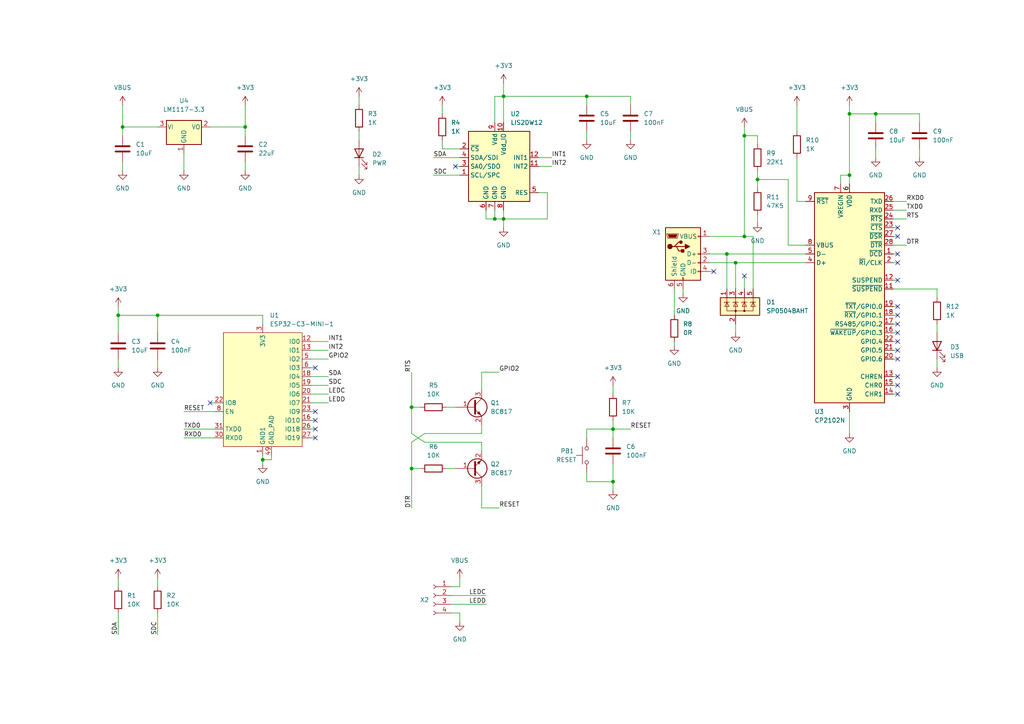
<source format=kicad_sch>
(kicad_sch (version 20211123) (generator eeschema)
  (paper "A4")
  (title_block (date "2022-01-08") (rev "0"))
  (lib_symbols
    (symbol "Connector:Conn_01x04_Female" (pin_names (offset 1.016) hide)
      (property "Reference" "J" (at 0 5.08 0))
      (property "Value" "Conn_01x04_Female" (at 0 -7.62 0))
      (symbol "Conn_01x04_Female_1_1"
        (arc (start 0 -4.572) (mid -0.508 -5.08) (end 0 -5.588) (stroke (width 0.1524)))
        (arc (start 0 -2.032) (mid -0.508 -2.54) (end 0 -3.048) (stroke (width 0.1524)))
        (polyline (pts (xy -1.27 -5.08) (xy -0.508 -5.08)) (stroke (width 0.1524)))
        (polyline (pts (xy -1.27 -2.54) (xy -0.508 -2.54)) (stroke (width 0.1524)))
        (polyline (pts (xy -1.27 0) (xy -0.508 0)) (stroke (width 0.1524)))
        (polyline (pts (xy -1.27 2.54) (xy -0.508 2.54)) (stroke (width 0.1524)))
        (arc (start 0 0.508) (mid -0.508 0) (end 0 -0.508) (stroke (width 0.1524)))
        (arc (start 0 3.048) (mid -0.508 2.54) (end 0 2.032) (stroke (width 0.1524)))
        (pin passive line (at -5.08 2.54 0) (length 3.81) (name "Pin_1") (number "1"))
        (pin passive line (at -5.08 0 0) (length 3.81) (name "Pin_2") (number "2"))
        (pin passive line (at -5.08 -2.54 0) (length 3.81) (name "Pin_3") (number "3"))
        (pin passive line (at -5.08 -5.08 0) (length 3.81) (name "Pin_4") (number "4"))
      )
    )
    (symbol "Connector:USB_B_Micro" (pin_names (offset 1.016))
      (property "Reference" "J" (at -5.08 11.43 0))
      (property "Value" "USB_B_Micro" (at -5.08 8.89 0))
      (symbol "USB_B_Micro_0_1"
        (rectangle (start -5.08 -7.62) (end 5.08 7.62) (stroke (width 0.254)) (fill (type background)))
        (circle (center -3.81 2.159) (radius 0.635) (stroke (width 0.254)) (fill (type outline)))
        (circle (center -0.635 3.429) (radius 0.381) (stroke (width 0.254)) (fill (type outline)))
        (rectangle (start -0.127 -7.62) (end 0.127 -6.858))
        (polyline (pts (xy -1.905 2.159) (xy 0.635 2.159)) (stroke (width 0.254)))
        (polyline (pts (xy -3.175 2.159) (xy -2.54 2.159) (xy -1.27 3.429) (xy -0.635 3.429)) (stroke (width 0.254)))
        (polyline (pts (xy -2.54 2.159) (xy -1.905 2.159) (xy -1.27 0.889) (xy 0 0.889)) (stroke (width 0.254)))
        (polyline (pts (xy 0.635 2.794) (xy 0.635 1.524) (xy 1.905 2.159) (xy 0.635 2.794)) (stroke (width 0.254)) (fill (type outline)))
        (polyline (pts (xy -4.318 5.588) (xy -1.778 5.588) (xy -2.032 4.826) (xy -4.064 4.826) (xy -4.318 5.588)) (fill (type outline)))
        (polyline (pts (xy -4.699 5.842) (xy -4.699 5.588) (xy -4.445 4.826) (xy -4.445 4.572) (xy -1.651 4.572) (xy -1.651 4.826) (xy -1.397 5.588) (xy -1.397 5.842) (xy -4.699 5.842)))
        (rectangle (start 0.254 1.27) (end -0.508 0.508) (stroke (width 0.254)) (fill (type outline)))
        (rectangle (start 5.08 -5.207) (end 4.318 -4.953))
        (rectangle (start 5.08 -2.667) (end 4.318 -2.413))
        (rectangle (start 5.08 -0.127) (end 4.318 0.127))
        (rectangle (start 5.08 4.953) (end 4.318 5.207))
      )
      (symbol "USB_B_Micro_1_1"
        (pin power_out line (at 7.62 5.08 180) (length 2.54) (name "VBUS") (number "1"))
        (pin bidirectional line (at 7.62 -2.54 180) (length 2.54) (name "D-") (number "2"))
        (pin bidirectional line (at 7.62 0 180) (length 2.54) (name "D+") (number "3"))
        (pin passive line (at 7.62 -5.08 180) (length 2.54) (name "ID") (number "4"))
        (pin power_out line (at 0 -10.16 90) (length 2.54) (name "GND") (number "5"))
        (pin passive line (at -2.54 -10.16 90) (length 2.54) (name "Shield") (number "6"))
      )
    )
    (symbol "Device:C" (pin_numbers hide) (pin_names (offset 0.254))
      (property "Reference" "C" (at 0.635 2.54 0))
      (property "Value" "C" (at 0.635 -2.54 0))
      (symbol "C_0_1"
        (polyline (pts (xy -2.032 -0.762) (xy 2.032 -0.762)) (stroke (width 0.508)))
        (polyline (pts (xy -2.032 0.762) (xy 2.032 0.762)) (stroke (width 0.508)))
      )
      (symbol "C_1_1"
        (pin passive line (at 0 3.81 270) (length 2.794) (name "~") (number "1"))
        (pin passive line (at 0 -3.81 90) (length 2.794) (name "~") (number "2"))
      )
    )
    (symbol "Device:LED" (pin_numbers hide) (pin_names (offset 1.016) hide)
      (property "Reference" "D" (at 0 2.54 0))
      (property "Value" "LED" (at 0 -2.54 0))
      (symbol "LED_0_1"
        (polyline (pts (xy -1.27 -1.27) (xy -1.27 1.27)) (stroke (width 0.254)))
        (polyline (pts (xy -1.27 0) (xy 1.27 0)))
        (polyline (pts (xy 1.27 -1.27) (xy 1.27 1.27) (xy -1.27 0) (xy 1.27 -1.27)) (stroke (width 0.254)))
        (polyline (pts (xy -3.048 -0.762) (xy -4.572 -2.286) (xy -3.81 -2.286) (xy -4.572 -2.286) (xy -4.572 -1.524)))
        (polyline (pts (xy -1.778 -0.762) (xy -3.302 -2.286) (xy -2.54 -2.286) (xy -3.302 -2.286) (xy -3.302 -1.524)))
      )
      (symbol "LED_1_1"
        (pin passive line (at -3.81 0 0) (length 2.54) (name "K") (number "1"))
        (pin passive line (at 3.81 0 180) (length 2.54) (name "A") (number "2"))
      )
    )
    (symbol "Device:R" (pin_numbers hide) (pin_names (offset 0))
      (property "Reference" "R" (at 2.032 0 90))
      (property "Value" "R" (at 0 0 90))
      (symbol "R_0_1"
        (rectangle (start -1.016 -2.54) (end 1.016 2.54) (stroke (width 0.254)))
      )
      (symbol "R_1_1"
        (pin passive line (at 0 3.81 270) (length 1.27) (name "~") (number "1"))
        (pin passive line (at 0 -3.81 90) (length 1.27) (name "~") (number "2"))
      )
    )
    (symbol "Etnolit:ESP32-C3-MINI-1"
      (property "Reference" "U" (at -11.43 20.32 0))
      (property "Value" "ESP32-C3-MINI-1" (at -11.43 22.86 0))
      (symbol "ESP32-C3-MINI-1_0_0"
        (text "" (at 16.51 7.62 0) (effects (font (size 1.27 1.27))))
        (pin passive line (at 0 -16.51 90) (length 2.54) hide (name "GND11") (number "11"))
        (pin passive line (at 0 -16.51 90) (length 2.54) hide (name "GND14") (number "14"))
        (pin passive line (at 0 -16.51 90) (length 2.54) hide (name "GND2") (number "2"))
        (pin passive line (at 0 -16.51 90) (length 2.54) hide (name "GND36") (number "36"))
        (pin passive line (at 0 -16.51 90) (length 2.54) hide (name "GND37") (number "37"))
        (pin passive line (at 0 -16.51 90) (length 2.54) hide (name "GND38") (number "38"))
        (pin passive line (at 0 -16.51 90) (length 2.54) hide (name "GND39") (number "39"))
        (pin passive line (at 0 -16.51 90) (length 2.54) hide (name "GND40") (number "40"))
        (pin passive line (at 0 -16.51 90) (length 2.54) hide (name "GND41") (number "41"))
        (pin passive line (at 0 -16.51 90) (length 2.54) hide (name "GND42") (number "42"))
        (pin passive line (at 0 -16.51 90) (length 2.54) hide (name "GND43") (number "43"))
        (pin passive line (at 0 -16.51 90) (length 2.54) hide (name "GND44") (number "44"))
        (pin passive line (at 0 -16.51 90) (length 2.54) hide (name "GND45") (number "45"))
        (pin passive line (at 0 -16.51 90) (length 2.54) hide (name "GND46") (number "46"))
        (pin passive line (at 0 -16.51 90) (length 2.54) hide (name "GND47") (number "47"))
        (pin passive line (at 0 -16.51 90) (length 2.54) hide (name "GND48") (number "48"))
        (pin passive line (at 2.54 -16.51 90) (length 2.54) (name "GND_PAD") (number "49"))
        (pin passive line (at 0 -16.51 90) (length 2.54) hide (name "GND50") (number "50"))
        (pin passive line (at 0 -16.51 90) (length 2.54) hide (name "GND51") (number "51"))
        (pin passive line (at 0 -16.51 90) (length 2.54) hide (name "GND52") (number "52"))
        (pin passive line (at 0 -16.51 90) (length 2.54) hide (name "GND53") (number "53"))
      )
      (symbol "ESP32-C3-MINI-1_0_1"
        (rectangle (start -11.43 19.05) (end 11.43 -13.97) (stroke (width 0.1524)) (fill (type background)))
      )
      (symbol "ESP32-C3-MINI-1_1_1"
        (pin power_in line (at 0 -16.51 90) (length 2.54) (name "GND1") (number "1"))
        (pin no_connect line (at 0 3 180) (length 2.54) hide (name "NC10") (number "10"))
        (pin bidirectional line (at 13.97 16.51 180) (length 2.54) (name "IO0") (number "12"))
        (pin bidirectional line (at 13.97 13.97 180) (length 2.54) (name "IO1") (number "13"))
        (pin no_connect line (at 0 4 180) (length 2.54) hide (name "NC15") (number "15"))
        (pin bidirectional line (at 13.97 -6.35 180) (length 2.54) (name "IO10") (number "16"))
        (pin no_connect line (at 0 5 180) (length 2.54) hide (name "NC17") (number "17"))
        (pin bidirectional line (at 13.97 6.35 180) (length 2.54) (name "IO4") (number "18"))
        (pin bidirectional line (at 13.97 3.81 180) (length 2.54) (name "IO5") (number "19"))
        (pin bidirectional line (at 13.97 1.27 180) (length 2.54) (name "IO6") (number "20"))
        (pin bidirectional line (at 13.97 -1.27 180) (length 2.54) (name "IO7") (number "21"))
        (pin bidirectional line (at -13.97 -1.27 0) (length 2.54) (name "IO8") (number "22"))
        (pin bidirectional line (at 13.97 -3.81 180) (length 2.54) (name "IO9") (number "23"))
        (pin no_connect line (at 0 6 180) (length 2.54) hide (name "NC24") (number "24"))
        (pin no_connect line (at 0 7 180) (length 2.54) hide (name "NC25") (number "25"))
        (pin bidirectional line (at 13.97 -8.89 180) (length 2.54) (name "IO18") (number "26"))
        (pin bidirectional line (at 13.97 -11.43 180) (length 2.54) (name "IO19") (number "27"))
        (pin no_connect line (at 0 8 180) (length 2.54) hide (name "NC28") (number "28"))
        (pin no_connect line (at 0 9 180) (length 2.54) hide (name "NC29") (number "29"))
        (pin power_in line (at 0 21.59 270) (length 2.54) (name "3V3") (number "3"))
        (pin input line (at -13.97 -11.43 0) (length 2.54) (name "RXD0") (number "30"))
        (pin output line (at -13.97 -8.89 0) (length 2.54) (name "TXD0") (number "31"))
        (pin no_connect line (at 0 10 180) (length 2.54) hide (name "NC32") (number "32"))
        (pin no_connect line (at 0 11 180) (length 2.54) hide (name "NC33") (number "33"))
        (pin no_connect line (at 0 12 180) (length 2.54) hide (name "NC34") (number "34"))
        (pin no_connect line (at 0 13 180) (length 2.54) hide (name "NC35") (number "35"))
        (pin no_connect line (at 0 0 180) (length 2.54) hide (name "NC4") (number "4"))
        (pin bidirectional line (at 13.97 11.43 180) (length 2.54) (name "IO2") (number "5"))
        (pin bidirectional line (at 13.97 8.89 180) (length 2.54) (name "IO3") (number "6"))
        (pin no_connect line (at 0 1 180) (length 2.54) hide (name "NC7") (number "7"))
        (pin input line (at -13.97 -3.81 0) (length 2.54) (name "EN") (number "8"))
        (pin no_connect line (at 0 2 180) (length 2.54) hide (name "NC9") (number "9"))
      )
    )
    (symbol "Interface_USB:CP2102N-Axx-xQFN28"
      (property "Reference" "U" (at -8.89 31.75 0))
      (property "Value" "CP2102N-Axx-xQFN28" (at 12.7 31.75 0))
      (symbol "CP2102N-Axx-xQFN28_0_1"
        (rectangle (start -10.16 30.48) (end 10.16 -30.48) (stroke (width 0.254)) (fill (type background)))
      )
      (symbol "CP2102N-Axx-xQFN28_1_1"
        (pin input line (at 12.7 12.7 180) (length 2.54) (name "~{DCD}") (number "1"))
        (pin no_connect line (at -10.16 -27.94 0) (length 2.54) hide (name "NC") (number "10"))
        (pin output line (at 12.7 2.54 180) (length 2.54) (name "~{SUSPEND}") (number "11"))
        (pin output line (at 12.7 5.08 180) (length 2.54) (name "SUSPEND") (number "12"))
        (pin output line (at 12.7 -22.86 180) (length 2.54) (name "CHREN") (number "13"))
        (pin output line (at 12.7 -27.94 180) (length 2.54) (name "CHR1") (number "14"))
        (pin output line (at 12.7 -25.4 180) (length 2.54) (name "CHR0") (number "15"))
        (pin bidirectional line (at 12.7 -10.16 180) (length 2.54) (name "~{WAKEUP}/GPIO.3") (number "16"))
        (pin bidirectional line (at 12.7 -7.62 180) (length 2.54) (name "RS485/GPIO.2") (number "17"))
        (pin bidirectional line (at 12.7 -5.08 180) (length 2.54) (name "~{RXT}/GPIO.1") (number "18"))
        (pin bidirectional line (at 12.7 -2.54 180) (length 2.54) (name "~{TXT}/GPIO.0") (number "19"))
        (pin bidirectional line (at 12.7 10.16 180) (length 2.54) (name "~{RI}/CLK") (number "2"))
        (pin bidirectional line (at 12.7 -17.78 180) (length 2.54) (name "GPIO.6") (number "20"))
        (pin bidirectional line (at 12.7 -15.24 180) (length 2.54) (name "GPIO.5") (number "21"))
        (pin bidirectional line (at 12.7 -12.7 180) (length 2.54) (name "GPIO.4") (number "22"))
        (pin input line (at 12.7 20.32 180) (length 2.54) (name "~{CTS}") (number "23"))
        (pin output line (at 12.7 22.86 180) (length 2.54) (name "~{RTS}") (number "24"))
        (pin input line (at 12.7 25.4 180) (length 2.54) (name "RXD") (number "25"))
        (pin output line (at 12.7 27.94 180) (length 2.54) (name "TXD") (number "26"))
        (pin input line (at 12.7 17.78 180) (length 2.54) (name "~{DSR}") (number "27"))
        (pin output line (at 12.7 15.24 180) (length 2.54) (name "~{DTR}") (number "28"))
        (pin passive line (at 0 -33.02 90) (length 2.54) hide (name "GND") (number "29"))
        (pin power_in line (at 0 -33.02 90) (length 2.54) (name "GND") (number "3"))
        (pin bidirectional line (at -12.7 10.16 0) (length 2.54) (name "D+") (number "4"))
        (pin bidirectional line (at -12.7 12.7 0) (length 2.54) (name "D-") (number "5"))
        (pin power_in line (at 0 33.02 270) (length 2.54) (name "VDD") (number "6"))
        (pin power_in line (at -2.54 33.02 270) (length 2.54) (name "VREGIN") (number "7"))
        (pin input line (at -12.7 15.24 0) (length 2.54) (name "VBUS") (number "8"))
        (pin input line (at -12.7 27.94 0) (length 2.54) (name "~{RST}") (number "9"))
      )
    )
    (symbol "Power_Protection:SP0504BAHT" (pin_names hide)
      (property "Reference" "D" (at 7.62 2.54 0))
      (property "Value" "SP0504BAHT" (at 7.62 0.635 0))
      (symbol "SP0504BAHT_0_0"
        (pin passive line (at 0 -5.08 90) (length 2.54) (name "A") (number "2"))
      )
      (symbol "SP0504BAHT_0_1"
        (rectangle (start -4.445 2.54) (end 6.985 -2.54) (stroke (width 0.254)) (fill (type background)))
        (circle (center 0 -1.27) (radius 0.254) (fill (type outline)))
        (polyline (pts (xy -2.54 2.54) (xy -2.54 1.27)))
        (polyline (pts (xy 0 -1.27) (xy 0 -2.54)))
        (polyline (pts (xy 0 -1.27) (xy 0 1.27)))
        (polyline (pts (xy 0 2.54) (xy 0 1.27)))
        (polyline (pts (xy 2.54 2.54) (xy 2.54 1.27)))
        (polyline (pts (xy 5.08 2.54) (xy 5.08 1.27)))
        (polyline (pts (xy -3.302 1.016) (xy -3.302 1.27) (xy -1.778 1.27)))
        (polyline (pts (xy 0.762 1.27) (xy -0.762 1.27) (xy -0.762 1.016)))
        (polyline (pts (xy 5.08 1.27) (xy 5.08 -1.27) (xy 2.54 -1.27)))
        (polyline (pts (xy -2.54 1.27) (xy -2.54 -1.27) (xy 2.54 -1.27) (xy 2.54 1.27)))
        (polyline (pts (xy -2.54 1.27) (xy -1.905 0) (xy -3.175 0) (xy -2.54 1.27)))
        (polyline (pts (xy 0.635 0) (xy -0.635 0) (xy 0 1.27) (xy 0.635 0)))
        (polyline (pts (xy 1.778 1.016) (xy 1.778 1.27) (xy 3.175 1.27) (xy 3.302 1.27)))
        (polyline (pts (xy 2.54 1.27) (xy 1.905 0) (xy 3.175 0) (xy 2.54 1.27)))
        (polyline (pts (xy 4.318 1.016) (xy 4.318 1.27) (xy 5.715 1.27) (xy 5.842 1.27)))
        (polyline (pts (xy 5.08 1.27) (xy 4.445 0) (xy 5.715 0) (xy 5.08 1.27)))
        (circle (center 2.54 -1.27) (radius 0.254) (fill (type outline)))
      )
      (symbol "SP0504BAHT_1_1"
        (pin passive line (at -2.54 5.08 270) (length 2.54) (name "K") (number "1"))
        (pin passive line (at 0 5.08 270) (length 2.54) (name "K") (number "3"))
        (pin passive line (at 2.54 5.08 270) (length 2.54) (name "K") (number "4"))
        (pin passive line (at 5.08 5.08 270) (length 2.54) (name "K") (number "5"))
      )
    )
    (symbol "Regulator_Linear:LM1117-3.3" (pin_names (offset 0.254))
      (property "Reference" "U" (at -3.81 3.175 0))
      (property "Value" "LM1117-3.3" (at 0 3.175 0))
      (symbol "LM1117-3.3_0_1"
        (rectangle (start -5.08 -5.08) (end 5.08 1.905) (stroke (width 0.254)) (fill (type background)))
      )
      (symbol "LM1117-3.3_1_1"
        (pin power_in line (at 0 -7.62 90) (length 2.54) (name "GND") (number "1"))
        (pin power_out line (at 7.62 0 180) (length 2.54) (name "VO") (number "2"))
        (pin power_in line (at -7.62 0 0) (length 2.54) (name "VI") (number "3"))
      )
    )
    (symbol "Sensor_Motion:LIS2DE12"
      (property "Reference" "U" (at -5.08 11.43 0))
      (property "Value" "LIS2DE12" (at 3.81 11.43 0))
      (symbol "LIS2DE12_0_1"
        (rectangle (start -7.62 10.16) (end 10.16 -10.16) (stroke (width 0.254)) (fill (type background)))
      )
      (symbol "LIS2DE12_1_1"
        (pin input line (at -10.16 -2.54 0) (length 2.54) (name "SCL/SPC") (number "1"))
        (pin power_in line (at 2.54 12.7 270) (length 2.54) (name "Vdd_IO") (number "10"))
        (pin output line (at 12.7 0 180) (length 2.54) (name "INT2") (number "11"))
        (pin output line (at 12.7 2.54 180) (length 2.54) (name "INT1") (number "12"))
        (pin input line (at -10.16 5.08 0) (length 2.54) (name "~{CS}") (number "2"))
        (pin bidirectional line (at -10.16 0 0) (length 2.54) (name "SA0/SDO") (number "3"))
        (pin bidirectional line (at -10.16 2.54 0) (length 2.54) (name "SDA/SDI") (number "4"))
        (pin passive line (at 12.7 -7.62 180) (length 2.54) (name "RES") (number "5"))
        (pin power_in line (at -2.54 -12.7 90) (length 2.54) (name "GND") (number "6"))
        (pin power_in line (at 0 -12.7 90) (length 2.54) (name "GND") (number "7"))
        (pin power_in line (at 2.54 -12.7 90) (length 2.54) (name "GND") (number "8"))
        (pin power_in line (at 0 12.7 270) (length 2.54) (name "Vdd") (number "9"))
      )
    )
    (symbol "Switch:SW_Push" (pin_numbers hide) (pin_names (offset 1.016) hide)
      (property "Reference" "SW" (at 1.27 2.54 0))
      (property "Value" "SW_Push" (at 0 -1.524 0))
      (symbol "SW_Push_0_1"
        (circle (center -2.032 0) (radius 0.508))
        (polyline (pts (xy 0 1.27) (xy 0 3.048)))
        (polyline (pts (xy 2.54 1.27) (xy -2.54 1.27)))
        (circle (center 2.032 0) (radius 0.508))
        (pin passive line (at -5.08 0 0) (length 2.54) (name "1") (number "1"))
        (pin passive line (at 5.08 0 180) (length 2.54) (name "2") (number "2"))
      )
    )
    (symbol "Transistor_BJT:BC817" (pin_names (offset 0) hide)
      (property "Reference" "Q" (at 5.08 1.905 0))
      (property "Value" "BC817" (at 5.08 0 0))
      (symbol "BC817_0_1"
        (polyline (pts (xy 0.635 0.635) (xy 2.54 2.54)))
        (polyline (pts (xy 0.635 -0.635) (xy 2.54 -2.54) (xy 2.54 -2.54)))
        (polyline (pts (xy 0.635 1.905) (xy 0.635 -1.905) (xy 0.635 -1.905)) (stroke (width 0.508)))
        (polyline (pts (xy 1.27 -1.778) (xy 1.778 -1.27) (xy 2.286 -2.286) (xy 1.27 -1.778) (xy 1.27 -1.778)) (fill (type outline)))
        (circle (center 1.27 0) (radius 2.8194) (stroke (width 0.254)))
      )
      (symbol "BC817_1_1"
        (pin input line (at -5.08 0 0) (length 5.715) (name "B") (number "1"))
        (pin passive line (at 2.54 -5.08 90) (length 2.54) (name "E") (number "2"))
        (pin passive line (at 2.54 5.08 270) (length 2.54) (name "C") (number "3"))
      )
    )
    (symbol "power:+3V3" (power) (pin_names (offset 0))
      (property "Value" "+3V3" (at 0 3.556 0))
      (symbol "+3V3_0_1"
        (polyline (pts (xy -0.762 1.27) (xy 0 2.54)))
        (polyline (pts (xy 0 0) (xy 0 2.54)))
        (polyline (pts (xy 0 2.54) (xy 0.762 1.27)))
      )
      (symbol "+3V3_1_1"
        (pin power_in line (at 0 0 90) (length 0) hide (name "+3V3") (number "1"))
      )
    )
    (symbol "power:GND" (power) (pin_names (offset 0))
      (property "Value" "GND" (at 0 -3.81 0))
      (symbol "GND_0_1"
        (polyline (pts (xy 0 0) (xy 0 -1.27) (xy 1.27 -1.27) (xy 0 -2.54) (xy -1.27 -1.27) (xy 0 -1.27)))
      )
      (symbol "GND_1_1"
        (pin power_in line (at 0 0 270) (length 0) hide (name "GND") (number "1"))
      )
    )
    (symbol "power:VBUS" (power) (pin_names (offset 0))
      (property "Value" "VBUS" (at 0 3.81 0))
      (symbol "VBUS_0_1"
        (polyline (pts (xy -0.762 1.27) (xy 0 2.54)))
        (polyline (pts (xy 0 0) (xy 0 2.54)))
        (polyline (pts (xy 0 2.54) (xy 0.762 1.27)))
      )
      (symbol "VBUS_1_1"
        (pin power_in line (at 0 0 90) (length 0) hide (name "VBUS") (number "1"))
      )
    )
  )
  (junction (at 246.38 33.02))
  (junction (at 71.12 36.83))
  (junction (at 215.9 39.37))
  (junction (at 35.56 36.83))
  (junction (at 146.05 27.94))
  (junction (at 146.05 63.5))
  (junction (at 215.9 68.58))
  (junction (at 219.71 52.07))
  (junction (at 45.72 91.44))
  (junction (at 119.38 118.11))
  (junction (at 210.82 73.66))
  (junction (at 76.2 133.35))
  (junction (at 246.38 50.8))
  (junction (at 177.8 139.7))
  (junction (at 119.38 135.89))
  (junction (at 170.18 27.94))
  (junction (at 34.29 91.44))
  (junction (at 143.51 63.5))
  (junction (at 213.36 76.2))
  (junction (at 254 33.02))
  (junction (at 177.8 124.46))
  (no_connect (at 91.44 127))
  (no_connect (at 91.44 124.46))
  (no_connect (at 215.9 80.01))
  (no_connect (at 91.44 119.38))
  (no_connect (at 60.96 116.84))
  (no_connect (at 132.08 48.26))
  (no_connect (at 91.44 106.68))
  (no_connect (at 91.44 121.92))
  (no_connect (at 260.35 73.66))
  (no_connect (at 260.35 76.2))
  (no_connect (at 260.35 81.28))
  (no_connect (at 260.35 91.44))
  (no_connect (at 260.35 88.9))
  (no_connect (at 260.35 93.98))
  (no_connect (at 260.35 114.3))
  (no_connect (at 260.35 109.22))
  (no_connect (at 260.35 111.76))
  (no_connect (at 260.35 101.6))
  (no_connect (at 260.35 104.14))
  (no_connect (at 260.35 99.06))
  (no_connect (at 260.35 96.52))
  (no_connect (at 260.35 68.58))
  (no_connect (at 260.35 66.04))
  (no_connect (at 207.01 78.74))
  (wire (pts (xy 260.35 111.76) (xy 259.08 111.76)))
  (wire (pts (xy 132.08 48.26) (xy 133.35 48.26)))
  (wire (pts (xy 35.56 46.99) (xy 35.56 49.53)))
  (wire (pts (xy 215.9 39.37) (xy 215.9 68.58)))
  (wire (pts (xy 91.44 121.92) (xy 90.17 121.92)))
  (wire (pts (xy 71.12 30.48) (xy 71.12 36.83)))
  (wire (pts (xy 90.17 114.3) (xy 95.25 114.3)))
  (wire (pts (xy 45.72 177.8) (xy 45.72 184.15)))
  (wire (pts (xy 231.14 58.42) (xy 231.14 45.72)))
  (wire (pts (xy 260.35 81.28) (xy 259.08 81.28)))
  (wire (pts (xy 129.54 135.89) (xy 132.08 135.89)))
  (wire (pts (xy 130.81 172.72) (xy 140.97 172.72)))
  (wire (pts (xy 45.72 167.64) (xy 45.72 170.18)))
  (wire (pts (xy 34.29 88.9) (xy 34.29 91.44)))
  (wire (pts (xy 90.17 104.14) (xy 95.25 104.14)))
  (wire (pts (xy 119.38 135.89) (xy 119.38 147.32)))
  (wire (pts (xy 170.18 38.1) (xy 170.18 40.64)))
  (wire (pts (xy 158.75 63.5) (xy 146.05 63.5)))
  (wire (pts (xy 123.19 125.73) (xy 139.7 125.73)))
  (wire (pts (xy 177.8 124.46) (xy 182.88 124.46)))
  (wire (pts (xy 34.29 167.64) (xy 34.29 170.18)))
  (wire (pts (xy 228.6 52.07) (xy 219.71 52.07)))
  (wire (pts (xy 129.54 118.11) (xy 132.08 118.11)))
  (wire (pts (xy 91.44 106.68) (xy 90.17 106.68)))
  (wire (pts (xy 213.36 93.98) (xy 213.36 96.52)))
  (wire (pts (xy 146.05 27.94) (xy 170.18 27.94)))
  (wire (pts (xy 104.14 27.94) (xy 104.14 30.48)))
  (wire (pts (xy 146.05 27.94) (xy 146.05 35.56)))
  (wire (pts (xy 170.18 27.94) (xy 170.18 30.48)))
  (wire (pts (xy 71.12 46.99) (xy 71.12 49.53)))
  (wire (pts (xy 170.18 139.7) (xy 177.8 139.7)))
  (wire (pts (xy 45.72 91.44) (xy 45.72 96.52)))
  (wire (pts (xy 233.68 71.12) (xy 228.6 71.12)))
  (wire (pts (xy 170.18 127) (xy 170.18 124.46)))
  (wire (pts (xy 156.21 45.72) (xy 160.02 45.72)))
  (wire (pts (xy 76.2 91.44) (xy 76.2 93.98)))
  (wire (pts (xy 231.14 30.48) (xy 231.14 38.1)))
  (wire (pts (xy 143.51 27.94) (xy 146.05 27.94)))
  (wire (pts (xy 53.34 124.46) (xy 62.23 124.46)))
  (wire (pts (xy 271.78 104.14) (xy 271.78 106.68)))
  (wire (pts (xy 182.88 38.1) (xy 182.88 40.64)))
  (wire (pts (xy 90.17 99.06) (xy 95.25 99.06)))
  (wire (pts (xy 246.38 33.02) (xy 254 33.02)))
  (wire (pts (xy 260.35 88.9) (xy 259.08 88.9)))
  (wire (pts (xy 34.29 91.44) (xy 45.72 91.44)))
  (wire (pts (xy 259.08 63.5) (xy 262.89 63.5)))
  (wire (pts (xy 170.18 27.94) (xy 182.88 27.94)))
  (wire (pts (xy 78.74 133.35) (xy 76.2 133.35)))
  (wire (pts (xy 53.34 44.45) (xy 53.34 49.53)))
  (wire (pts (xy 210.82 73.66) (xy 210.82 83.82)))
  (wire (pts (xy 271.78 93.98) (xy 271.78 96.52)))
  (wire (pts (xy 119.38 118.11) (xy 121.92 118.11)))
  (wire (pts (xy 76.2 133.35) (xy 76.2 132.08)))
  (wire (pts (xy 213.36 76.2) (xy 213.36 83.82)))
  (wire (pts (xy 246.38 33.02) (xy 246.38 50.8)))
  (wire (pts (xy 170.18 137.16) (xy 170.18 139.7)))
  (wire (pts (xy 53.34 127) (xy 62.23 127)))
  (wire (pts (xy 143.51 60.96) (xy 143.51 63.5)))
  (wire (pts (xy 246.38 30.48) (xy 246.38 33.02)))
  (wire (pts (xy 260.35 101.6) (xy 259.08 101.6)))
  (wire (pts (xy 205.74 68.58) (xy 215.9 68.58)))
  (wire (pts (xy 119.38 128.27) (xy 119.38 135.89)))
  (wire (pts (xy 219.71 62.23) (xy 219.71 64.77)))
  (wire (pts (xy 260.35 73.66) (xy 259.08 73.66)))
  (wire (pts (xy 260.35 91.44) (xy 259.08 91.44)))
  (wire (pts (xy 90.17 109.22) (xy 95.25 109.22)))
  (wire (pts (xy 143.51 27.94) (xy 143.51 35.56)))
  (wire (pts (xy 90.17 127) (xy 91.44 127)))
  (wire (pts (xy 260.35 96.52) (xy 259.08 96.52)))
  (wire (pts (xy 205.74 76.2) (xy 213.36 76.2)))
  (wire (pts (xy 259.08 58.42) (xy 262.89 58.42)))
  (wire (pts (xy 119.38 118.11) (xy 119.38 125.73)))
  (wire (pts (xy 119.38 107.95) (xy 119.38 118.11)))
  (wire (pts (xy 177.8 134.62) (xy 177.8 139.7)))
  (wire (pts (xy 71.12 36.83) (xy 71.12 39.37)))
  (wire (pts (xy 90.17 116.84) (xy 95.25 116.84)))
  (wire (pts (xy 177.8 124.46) (xy 177.8 127)))
  (wire (pts (xy 182.88 27.94) (xy 182.88 30.48)))
  (wire (pts (xy 143.51 63.5) (xy 146.05 63.5)))
  (wire (pts (xy 246.38 119.38) (xy 246.38 125.73)))
  (wire (pts (xy 34.29 104.14) (xy 34.29 106.68)))
  (wire (pts (xy 90.17 101.6) (xy 95.25 101.6)))
  (wire (pts (xy 218.44 83.82) (xy 218.44 68.58)))
  (wire (pts (xy 195.58 83.82) (xy 195.58 91.44)))
  (wire (pts (xy 130.81 175.26) (xy 140.97 175.26)))
  (wire (pts (xy 177.8 111.76) (xy 177.8 114.3)))
  (wire (pts (xy 139.7 107.95) (xy 144.78 107.95)))
  (wire (pts (xy 260.35 93.98) (xy 259.08 93.98)))
  (wire (pts (xy 259.08 83.82) (xy 271.78 83.82)))
  (wire (pts (xy 139.7 113.03) (xy 139.7 107.95)))
  (wire (pts (xy 177.8 124.46) (xy 177.8 121.92)))
  (wire (pts (xy 34.29 177.8) (xy 34.29 184.15)))
  (wire (pts (xy 218.44 68.58) (xy 215.9 68.58)))
  (wire (pts (xy 260.35 109.22) (xy 259.08 109.22)))
  (wire (pts (xy 177.8 139.7) (xy 177.8 142.24)))
  (wire (pts (xy 139.7 147.32) (xy 144.78 147.32)))
  (wire (pts (xy 260.35 76.2) (xy 259.08 76.2)))
  (wire (pts (xy 210.82 73.66) (xy 233.68 73.66)))
  (wire (pts (xy 35.56 30.48) (xy 35.56 36.83)))
  (wire (pts (xy 254 33.02) (xy 254 35.56)))
  (wire (pts (xy 219.71 41.91) (xy 219.71 39.37)))
  (wire (pts (xy 260.35 104.14) (xy 259.08 104.14)))
  (wire (pts (xy 156.21 48.26) (xy 160.02 48.26)))
  (wire (pts (xy 260.35 114.3) (xy 259.08 114.3)))
  (wire (pts (xy 133.35 170.18) (xy 130.81 170.18)))
  (wire (pts (xy 133.35 177.8) (xy 130.81 177.8)))
  (wire (pts (xy 121.92 135.89) (xy 119.38 135.89)))
  (wire (pts (xy 266.7 33.02) (xy 266.7 35.56)))
  (wire (pts (xy 146.05 63.5) (xy 146.05 66.04)))
  (wire (pts (xy 243.84 50.8) (xy 243.84 53.34)))
  (wire (pts (xy 170.18 124.46) (xy 177.8 124.46)))
  (wire (pts (xy 104.14 48.26) (xy 104.14 50.8)))
  (wire (pts (xy 158.75 55.88) (xy 158.75 63.5)))
  (wire (pts (xy 139.7 125.73) (xy 139.7 123.19)))
  (wire (pts (xy 139.7 128.27) (xy 139.7 130.81)))
  (wire (pts (xy 128.27 30.48) (xy 128.27 33.02)))
  (wire (pts (xy 219.71 39.37) (xy 215.9 39.37)))
  (wire (pts (xy 76.2 134.62) (xy 76.2 133.35)))
  (wire (pts (xy 78.74 132.08) (xy 78.74 133.35)))
  (wire (pts (xy 125.73 45.72) (xy 133.35 45.72)))
  (wire (pts (xy 254 43.18) (xy 254 45.72)))
  (wire (pts (xy 34.29 96.52) (xy 34.29 91.44)))
  (wire (pts (xy 260.35 66.04) (xy 259.08 66.04)))
  (wire (pts (xy 140.97 60.96) (xy 140.97 63.5)))
  (wire (pts (xy 266.7 33.02) (xy 254 33.02)))
  (wire (pts (xy 158.75 55.88) (xy 156.21 55.88)))
  (wire (pts (xy 259.08 60.96) (xy 262.89 60.96)))
  (wire (pts (xy 215.9 80.01) (xy 215.9 83.82)))
  (wire (pts (xy 246.38 50.8) (xy 243.84 50.8)))
  (wire (pts (xy 91.44 119.38) (xy 90.17 119.38)))
  (wire (pts (xy 215.9 36.83) (xy 215.9 39.37)))
  (wire (pts (xy 104.14 38.1) (xy 104.14 40.64)))
  (wire (pts (xy 45.72 104.14) (xy 45.72 106.68)))
  (wire (pts (xy 205.74 73.66) (xy 210.82 73.66)))
  (wire (pts (xy 53.34 119.38) (xy 62.23 119.38)))
  (wire (pts (xy 231.14 58.42) (xy 233.68 58.42)))
  (wire (pts (xy 35.56 36.83) (xy 35.56 39.37)))
  (wire (pts (xy 198.12 83.82) (xy 198.12 85.09)))
  (wire (pts (xy 213.36 76.2) (xy 233.68 76.2)))
  (wire (pts (xy 60.96 116.84) (xy 62.23 116.84)))
  (wire (pts (xy 219.71 52.07) (xy 219.71 54.61)))
  (wire (pts (xy 133.35 180.34) (xy 133.35 177.8)))
  (wire (pts (xy 146.05 24.13) (xy 146.05 27.94)))
  (wire (pts (xy 119.38 125.73) (xy 123.19 128.27)))
  (wire (pts (xy 139.7 140.97) (xy 139.7 147.32)))
  (wire (pts (xy 119.38 128.27) (xy 123.19 125.73)))
  (wire (pts (xy 125.73 50.8) (xy 133.35 50.8)))
  (wire (pts (xy 139.7 128.27) (xy 123.19 128.27)))
  (wire (pts (xy 45.72 36.83) (xy 35.56 36.83)))
  (wire (pts (xy 259.08 71.12) (xy 262.89 71.12)))
  (wire (pts (xy 195.58 99.06) (xy 195.58 100.33)))
  (wire (pts (xy 260.35 99.06) (xy 259.08 99.06)))
  (wire (pts (xy 76.2 91.44) (xy 45.72 91.44)))
  (wire (pts (xy 271.78 83.82) (xy 271.78 86.36)))
  (wire (pts (xy 219.71 49.53) (xy 219.71 52.07)))
  (wire (pts (xy 133.35 167.64) (xy 133.35 170.18)))
  (wire (pts (xy 207.01 78.74) (xy 205.74 78.74)))
  (wire (pts (xy 128.27 43.18) (xy 128.27 40.64)))
  (wire (pts (xy 90.17 111.76) (xy 95.25 111.76)))
  (wire (pts (xy 266.7 43.18) (xy 266.7 45.72)))
  (wire (pts (xy 146.05 60.96) (xy 146.05 63.5)))
  (wire (pts (xy 260.35 68.58) (xy 259.08 68.58)))
  (wire (pts (xy 90.17 124.46) (xy 91.44 124.46)))
  (wire (pts (xy 228.6 52.07) (xy 228.6 71.12)))
  (wire (pts (xy 246.38 53.34) (xy 246.38 50.8)))
  (wire (pts (xy 140.97 63.5) (xy 143.51 63.5)))
  (wire (pts (xy 60.96 36.83) (xy 71.12 36.83)))
  (wire (pts (xy 128.27 43.18) (xy 133.35 43.18)))
  (label "INT2" (at 95.25 101.6 0))
  (label "RESET" (at 182.88 124.46 0))
  (label "DTR" (at 119.38 147.32 90))
  (label "SDC" (at 95.25 111.76 0))
  (label "LEDD" (at 95.25 116.84 0))
  (label "TXD0" (at 53.34 124.46 0))
  (label "INT1" (at 160.02 45.72 0))
  (label "GPIO2" (at 144.78 107.95 0))
  (label "SDA" (at 34.29 184.15 90))
  (label "RXD0" (at 53.34 127 0))
  (label "RTS" (at 262.89 63.5 0))
  (label "LEDD" (at 140.97 175.26 180))
  (label "SDC" (at 125.73 50.8 0))
  (label "INT1" (at 95.25 99.06 0))
  (label "INT2" (at 160.02 48.26 0))
  (label "RTS" (at 119.38 107.95 90))
  (label "SDA" (at 125.73 45.72 0))
  (label "TXD0" (at 262.89 60.96 0))
  (label "GPIO2" (at 95.25 104.14 0))
  (label "SDA" (at 95.25 109.22 0))
  (label "RXD0" (at 262.89 58.42 0))
  (label "DTR" (at 262.89 71.12 0))
  (label "SDC" (at 45.72 184.15 90))
  (label "LEDC" (at 95.25 114.3 0))
  (label "RESET" (at 144.78 147.32 0))
  (label "LEDC" (at 140.97 172.72 180))
  (label "RESET" (at 53.34 119.38 0))
  (symbol (lib_id "Device:R") (at 104.14 34.29 0) (unit 1)
    (property "Reference" "R3" (at 106.68 33.0199 0) (effects (justify left)))
    (property "Value" "1K" (at 106.68 35.5599 0) (effects (justify left)))
    (property "Footprint" "Resistor_SMD:R_0805_2012Metric_Pad1.20x1.40mm_HandSolder" (effects hide))
  )
  (symbol (lib_id "Regulator_Linear:LM1117-3.3") (at 53.34 36.83 0) (unit 1)
    (property "Reference" "U4" (at 53.34 29.21 0))
    (property "Value" "LM1117-3.3" (at 53.34 31.75 0))
    (property "Footprint" "Package_TO_SOT_SMD:SOT-223-3_TabPin2" (effects hide))
    (property "Datasheet" "http://www.ti.com/lit/ds/symlink/lm1117.pdf" (effects hide))
  )
  (symbol (lib_id "power:GND") (at 146.05 66.04 0) (unit 1)
    (property "Reference" "#PWR017" (effects hide))
    (property "Value" "GND" (at 146.05 71.12 0))
  )
  (symbol (lib_id "power:GND") (at 35.56 49.53 0) (unit 1)
    (property "Reference" "#PWR02" (effects hide))
    (property "Value" "GND" (at 35.56 54.61 0))
  )
  (symbol (lib_id "Transistor_BJT:BC817") (at 137.16 135.89 0) (mirror x) (unit 1)
    (property "Reference" "Q2" (at 142.24 134.6199 0) (effects (justify left)))
    (property "Value" "BC817" (at 142.24 137.1599 0) (effects (justify left)))
    (property "Footprint" "Package_TO_SOT_SMD:SOT-23_Handsoldering" (effects hide))
    (property "Datasheet" "https://www.onsemi.com/pub/Collateral/BC818-D.pdf" (effects hide))
  )
  (symbol (lib_id "Device:C") (at 71.12 43.18 0) (unit 1)
    (property "Reference" "C2" (at 74.93 41.9099 0) (effects (justify left)))
    (property "Value" "22uF" (at 74.93 44.4499 0) (effects (justify left)))
    (property "Footprint" "Capacitor_SMD:CP_Elec_4x5.4" (effects hide))
  )
  (symbol (lib_id "Device:R") (at 45.72 173.99 0) (unit 1)
    (property "Reference" "R2" (at 48.26 172.7199 0) (effects (justify left)))
    (property "Value" "10K" (at 48.26 175.2599 0) (effects (justify left)))
    (property "Footprint" "Resistor_SMD:R_0805_2012Metric_Pad1.20x1.40mm_HandSolder" (effects hide))
  )
  (symbol (lib_id "Device:C") (at 35.56 43.18 0) (unit 1)
    (property "Reference" "C1" (at 39.37 41.9099 0) (effects (justify left)))
    (property "Value" "10uF" (at 39.37 44.4499 0) (effects (justify left)))
    (property "Footprint" "Capacitor_SMD:C_0805_2012Metric_Pad1.18x1.45mm_HandSolder" (effects hide))
  )
  (symbol (lib_id "Transistor_BJT:BC817") (at 137.16 118.11 0) (unit 1)
    (property "Reference" "Q1" (at 142.24 116.8399 0) (effects (justify left)))
    (property "Value" "BC817" (at 142.24 119.3799 0) (effects (justify left)))
    (property "Footprint" "Package_TO_SOT_SMD:SOT-23_Handsoldering" (effects hide))
    (property "Datasheet" "https://www.onsemi.com/pub/Collateral/BC818-D.pdf" (effects hide))
  )
  (symbol (lib_id "power:+3V3") (at 45.72 167.64 0) (unit 1)
    (property "Reference" "#PWR06" (effects hide))
    (property "Value" "+3V3" (at 45.72 162.56 0))
  )
  (symbol (lib_id "Device:R") (at 177.8 118.11 0) (unit 1)
    (property "Reference" "R7" (at 180.34 116.8399 0) (effects (justify left)))
    (property "Value" "10K" (at 180.34 119.3799 0) (effects (justify left)))
    (property "Footprint" "Resistor_SMD:R_0805_2012Metric_Pad1.20x1.40mm_HandSolder" (effects hide))
  )
  (symbol (lib_id "power:+3V3") (at 231.14 30.48 0) (unit 1)
    (property "Reference" "#PWR026" (effects hide))
    (property "Value" "+3V3" (at 231.14 25.4 0))
  )
  (symbol (lib_id "power:VBUS") (at 133.35 167.64 0) (mirror y) (unit 1)
    (property "Reference" "#PWR015" (effects hide))
    (property "Value" "VBUS" (at 133.35 162.56 0))
  )
  (symbol (lib_id "power:GND") (at 246.38 125.73 0) (unit 1)
    (property "Reference" "#PWR028" (effects hide))
    (property "Value" "GND" (at 246.38 130.81 0))
  )
  (symbol (lib_id "Device:C") (at 34.29 100.33 0) (unit 1)
    (property "Reference" "C3" (at 38.1 99.0599 0) (effects (justify left)))
    (property "Value" "10uF" (at 38.1 101.5999 0) (effects (justify left)))
    (property "Footprint" "Capacitor_SMD:C_0805_2012Metric_Pad1.18x1.45mm_HandSolder" (effects hide))
  )
  (symbol (lib_id "power:+3V3") (at 34.29 88.9 0) (unit 1)
    (property "Reference" "#PWR04" (effects hide))
    (property "Value" "+3V3" (at 34.29 83.82 0))
  )
  (symbol (lib_id "power:GND") (at 254 45.72 0) (unit 1)
    (property "Reference" "#PWR029" (effects hide))
    (property "Value" "GND" (at 254 50.8 0))
  )
  (symbol (lib_id "Device:C") (at 266.7 39.37 0) (unit 1)
    (property "Reference" "C9" (at 270.51 38.0999 0) (effects (justify left)))
    (property "Value" "100nF" (at 270.51 40.6399 0) (effects (justify left)))
    (property "Footprint" "Capacitor_SMD:C_0805_2012Metric_Pad1.18x1.45mm_HandSolder" (effects hide))
  )
  (symbol (lib_id "Device:C") (at 177.8 130.81 0) (unit 1)
    (property "Reference" "C6" (at 181.61 129.5399 0) (effects (justify left)))
    (property "Value" "100nF" (at 181.61 132.0799 0) (effects (justify left)))
    (property "Footprint" "Capacitor_SMD:C_0805_2012Metric_Pad1.18x1.45mm_HandSolder" (effects hide))
  )
  (symbol (lib_id "power:+3V3") (at 177.8 111.76 0) (unit 1)
    (property "Reference" "#PWR020" (effects hide))
    (property "Value" "+3V3" (at 177.8 106.68 0))
  )
  (symbol (lib_id "power:GND") (at 213.36 96.52 0) (unit 1)
    (property "Reference" "#PWR024" (effects hide))
    (property "Value" "GND" (at 213.36 101.6 0))
  )
  (symbol (lib_id "power:+3V3") (at 71.12 30.48 0) (unit 1)
    (property "Reference" "#PWR09" (effects hide))
    (property "Value" "+3V3" (at 71.12 25.4 0))
  )
  (symbol (lib_id "power:+3V3") (at 104.14 27.94 0) (unit 1)
    (property "Reference" "#PWR012" (effects hide))
    (property "Value" "+3V3" (at 104.14 22.86 0))
  )
  (symbol (lib_id "Device:R") (at 34.29 173.99 0) (unit 1)
    (property "Reference" "R1" (at 36.83 172.7199 0) (effects (justify left)))
    (property "Value" "10K" (at 36.83 175.2599 0) (effects (justify left)))
    (property "Footprint" "Resistor_SMD:R_0805_2012Metric_Pad1.20x1.40mm_HandSolder" (effects hide))
  )
  (symbol (lib_id "power:GND") (at 76.2 134.62 0) (unit 1)
    (property "Reference" "#PWR011" (effects hide))
    (property "Value" "GND" (at 76.2 139.7 0))
  )
  (symbol (lib_id "power:GND") (at 266.7 45.72 0) (unit 1)
    (property "Reference" "#PWR030" (effects hide))
    (property "Value" "GND" (at 266.7 50.8 0))
  )
  (symbol (lib_id "Device:R") (at 219.71 58.42 0) (unit 1)
    (property "Reference" "R11" (at 222.25 57.1499 0) (effects (justify left)))
    (property "Value" "47K5" (at 222.25 59.6899 0) (effects (justify left)))
    (property "Footprint" "Resistor_SMD:R_0805_2012Metric_Pad1.20x1.40mm_HandSolder" (effects hide))
  )
  (symbol (lib_id "Device:R") (at 271.78 90.17 0) (unit 1)
    (property "Reference" "R12" (at 274.32 88.8999 0) (effects (justify left)))
    (property "Value" "1K" (at 274.32 91.4399 0) (effects (justify left)))
    (property "Footprint" "Resistor_SMD:R_0805_2012Metric_Pad1.20x1.40mm_HandSolder" (effects hide))
  )
  (symbol (lib_id "power:GND") (at 170.18 40.64 0) (unit 1)
    (property "Reference" "#PWR019" (effects hide))
    (property "Value" "GND" (at 170.18 45.72 0))
  )
  (symbol (lib_id "Device:C") (at 170.18 34.29 0) (unit 1)
    (property "Reference" "C5" (at 173.99 33.0199 0) (effects (justify left)))
    (property "Value" "10uF" (at 173.99 35.5599 0) (effects (justify left)))
    (property "Footprint" "Capacitor_SMD:C_0805_2012Metric_Pad1.18x1.45mm_HandSolder" (effects hide))
  )
  (symbol (lib_id "power:VBUS") (at 35.56 30.48 0) (unit 1)
    (property "Reference" "#PWR01" (effects hide))
    (property "Value" "VBUS" (at 35.56 25.4 0))
  )
  (symbol (lib_id "power:GND") (at 219.71 64.77 0) (unit 1)
    (property "Reference" "#PWR0101" (effects hide))
    (property "Value" "GND" (at 219.71 69.85 0))
  )
  (symbol (lib_id "Device:C") (at 182.88 34.29 0) (unit 1)
    (property "Reference" "C7" (at 186.69 33.0199 0) (effects (justify left)))
    (property "Value" "100nF" (at 186.69 35.5599 0) (effects (justify left)))
    (property "Footprint" "Capacitor_SMD:C_0805_2012Metric_Pad1.18x1.45mm_HandSolder" (effects hide))
  )
  (symbol (lib_id "power:GND") (at 177.8 142.24 0) (unit 1)
    (property "Reference" "#PWR021" (effects hide))
    (property "Value" "GND" (at 177.8 147.32 0))
  )
  (symbol (lib_id "power:GND") (at 53.34 49.53 0) (unit 1)
    (property "Reference" "#PWR08" (effects hide))
    (property "Value" "GND" (at 53.34 54.61 0))
  )
  (symbol (lib_id "power:+3V3") (at 128.27 30.48 0) (unit 1)
    (property "Reference" "#PWR014" (effects hide))
    (property "Value" "+3V3" (at 128.27 25.4 0))
  )
  (symbol (lib_id "Connector:USB_B_Micro") (at 198.12 73.66 0) (unit 1)
    (property "Reference" "X1" (at 190.5 67.31 0))
    (property "Value" "USB_B_Micro" (effects hide))
    (property "Footprint" "Etnolit:USB_B_Micro" (effects hide))
  )
  (symbol (lib_id "Switch:SW_Push") (at 170.18 132.08 90) (unit 1)
    (property "Reference" "PB1" (at 162.56 130.81 90) (effects (justify right)))
    (property "Value" "RESET" (at 161.29 133.35 90) (effects (justify right)))
    (property "Footprint" "Custom:KSR Series" (effects hide))
  )
  (symbol (lib_id "power:GND") (at 198.12 85.09 0) (unit 1)
    (property "Reference" "#PWR023" (effects hide))
    (property "Value" "GND" (at 198.12 90.17 0))
  )
  (symbol (lib_id "Device:R") (at 125.73 135.89 270) (unit 1)
    (property "Reference" "R6" (at 125.73 129.54 90))
    (property "Value" "10K" (at 125.73 132.08 90))
    (property "Footprint" "Resistor_SMD:R_0805_2012Metric_Pad1.20x1.40mm_HandSolder" (effects hide))
  )
  (symbol (lib_id "Device:R") (at 195.58 95.25 0) (unit 1)
    (property "Reference" "R8" (at 198.12 93.9799 0) (effects (justify left)))
    (property "Value" "0R" (at 198.12 96.5199 0) (effects (justify left)))
    (property "Footprint" "Resistor_SMD:R_0805_2012Metric_Pad1.20x1.40mm_HandSolder" (effects hide))
  )
  (symbol (lib_id "power:+3V3") (at 34.29 167.64 0) (unit 1)
    (property "Reference" "#PWR03" (effects hide))
    (property "Value" "+3V3" (at 34.29 162.56 0))
  )
  (symbol (lib_id "Device:R") (at 219.71 45.72 0) (unit 1)
    (property "Reference" "R9" (at 222.25 44.4499 0) (effects (justify left)))
    (property "Value" "22K1" (at 222.25 46.9899 0) (effects (justify left)))
    (property "Footprint" "Resistor_SMD:R_0805_2012Metric_Pad1.20x1.40mm_HandSolder" (effects hide))
  )
  (symbol (lib_id "power:GND") (at 45.72 106.68 0) (unit 1)
    (property "Reference" "#PWR07" (effects hide))
    (property "Value" "GND" (at 45.72 111.76 0))
  )
  (symbol (lib_id "Device:R") (at 231.14 41.91 0) (unit 1)
    (property "Reference" "R10" (at 233.68 40.6399 0) (effects (justify left)))
    (property "Value" "1K" (at 233.68 43.1799 0) (effects (justify left)))
    (property "Footprint" "Resistor_SMD:R_0805_2012Metric_Pad1.20x1.40mm_HandSolder" (effects hide))
  )
  (symbol (lib_id "Device:R") (at 128.27 36.83 0) (unit 1)
    (property "Reference" "R4" (at 130.81 35.5599 0) (effects (justify left)))
    (property "Value" "1K" (at 130.81 38.0999 0) (effects (justify left)))
    (property "Footprint" "Resistor_SMD:R_0805_2012Metric_Pad1.20x1.40mm_HandSolder" (effects hide))
  )
  (symbol (lib_id "power:+3V3") (at 146.05 24.13 0) (unit 1)
    (property "Reference" "#PWR018" (effects hide))
    (property "Value" "+3V3" (at 146.05 19.05 0))
  )
  (symbol (lib_id "Device:LED") (at 104.14 44.45 90) (unit 1)
    (property "Reference" "D2" (at 107.95 44.7674 90) (effects (justify right)))
    (property "Value" "PWR" (at 107.95 47.3074 90) (effects (justify right)))
    (property "Footprint" "Diode_SMD:D_0805_2012Metric_Pad1.15x1.40mm_HandSolder" (effects hide))
  )
  (symbol (lib_id "power:GND") (at 133.35 180.34 0) (mirror y) (unit 1)
    (property "Reference" "#PWR016" (effects hide))
    (property "Value" "GND" (at 133.35 185.42 0))
  )
  (symbol (lib_id "power:GND") (at 71.12 49.53 0) (unit 1)
    (property "Reference" "#PWR010" (effects hide))
    (property "Value" "GND" (at 71.12 54.61 0))
  )
  (symbol (lib_id "power:GND") (at 182.88 40.64 0) (unit 1)
    (property "Reference" "#PWR022" (effects hide))
    (property "Value" "GND" (at 182.88 45.72 0))
  )
  (symbol (lib_id "power:VBUS") (at 215.9 36.83 0) (unit 1)
    (property "Reference" "#PWR0105" (effects hide))
    (property "Value" "VBUS" (at 215.9 31.75 0))
  )
  (symbol (lib_id "Device:R") (at 125.73 118.11 270) (unit 1)
    (property "Reference" "R5" (at 125.73 111.76 90))
    (property "Value" "10K" (at 125.73 114.3 90))
    (property "Footprint" "Resistor_SMD:R_0805_2012Metric_Pad1.20x1.40mm_HandSolder" (effects hide))
  )
  (symbol (lib_id "Interface_USB:CP2102N-Axx-xQFN28") (at 246.38 86.36 0) (unit 1)
    (property "Reference" "U3" (at 236.22 119.38 0) (effects (justify left)))
    (property "Value" "CP2102N" (at 236.22 121.92 0) (effects (justify left)))
    (property "Footprint" "Package_DFN_QFN:QFN-28-1EP_5x5mm_P0.5mm_EP3.35x3.35mm" (effects hide))
    (property "Datasheet" "https://www.silabs.com/documents/public/data-sheets/cp2102n-datasheet.pdf" (effects hide))
  )
  (symbol (lib_id "power:GND") (at 195.58 100.33 0) (unit 1)
    (property "Reference" "#PWR0102" (effects hide))
    (property "Value" "GND" (at 195.58 105.41 0))
  )
  (symbol (lib_id "Device:C") (at 254 39.37 0) (unit 1)
    (property "Reference" "C8" (at 257.81 38.0999 0) (effects (justify left)))
    (property "Value" "10uF" (at 257.81 40.6399 0) (effects (justify left)))
    (property "Footprint" "Capacitor_SMD:C_0805_2012Metric_Pad1.18x1.45mm_HandSolder" (effects hide))
  )
  (symbol (lib_id "Etnolit:ESP32-C3-MINI-1") (at 76.2 115.57 0) (unit 1)
    (property "Reference" "U1" (at 78.2194 91.44 0) (effects (justify left)))
    (property "Value" "ESP32-C3-MINI-1" (at 78.2194 93.98 0) (effects (justify left)))
    (property "Footprint" "Espressif:ESP32-C3-MINI-1" (effects hide))
  )
  (symbol (lib_id "power:+3V3") (at 246.38 30.48 0) (unit 1)
    (property "Reference" "#PWR027" (effects hide))
    (property "Value" "+3V3" (at 246.38 25.4 0))
  )
  (symbol (lib_id "Connector:Conn_01x04_Female") (at 125.73 172.72 0) (mirror y) (unit 1)
    (property "Reference" "X2" (at 124.46 173.9899 0) (effects (justify left)))
    (property "Value" "Conn_01x04_Female" (effects hide))
    (property "Footprint" "Connector_JST:JST_PH_S4B-PH-K_1x04_P2.00mm_Horizontal" (effects hide))
  )
  (symbol (lib_id "power:GND") (at 271.78 106.68 0) (unit 1)
    (property "Reference" "#PWR025" (effects hide))
    (property "Value" "GND" (at 271.78 111.76 0))
  )
  (symbol (lib_id "power:GND") (at 34.29 106.68 0) (unit 1)
    (property "Reference" "#PWR05" (effects hide))
    (property "Value" "GND" (at 34.29 111.76 0))
  )
  (symbol (lib_id "Device:C") (at 45.72 100.33 0) (unit 1)
    (property "Reference" "C4" (at 49.53 99.0599 0) (effects (justify left)))
    (property "Value" "100nF" (at 49.53 101.5999 0) (effects (justify left)))
    (property "Footprint" "Capacitor_SMD:C_0805_2012Metric_Pad1.18x1.45mm_HandSolder" (effects hide))
  )
  (symbol (lib_id "Sensor_Motion:LIS2DE12") (at 143.51 48.26 0) (unit 1)
    (property "Reference" "U2" (at 148.0694 33.02 0) (effects (justify left)))
    (property "Value" "LIS2DW12" (at 148.0694 35.56 0) (effects (justify left)))
    (property "Footprint" "Package_LGA:LGA-12_2x2mm_P0.5mm" (effects hide))
    (property "Datasheet" "https://www.st.com/resource/en/datasheet/lis2DE12.pdf" (effects hide))
  )
  (symbol (lib_id "Power_Protection:SP0504BAHT") (at 213.36 88.9 0) (unit 1)
    (property "Reference" "D1" (at 222.25 87.6299 0) (effects (justify left)))
    (property "Value" "SP0504BAHT" (at 222.25 90.1699 0) (effects (justify left)))
    (property "Footprint" "Package_TO_SOT_SMD:SOT-23-5" (effects hide))
    (property "Datasheet" "http://www.littelfuse.com/~/media/files/littelfuse/technical%20resources/documents/data%20sheets/sp05xxba.pdf" (effects hide))
  )
  (symbol (lib_id "Device:LED") (at 271.78 100.33 90) (unit 1)
    (property "Reference" "D3" (at 275.59 100.6474 90) (effects (justify right)))
    (property "Value" "USB" (at 275.59 103.1874 90) (effects (justify right)))
    (property "Footprint" "Diode_SMD:D_0805_2012Metric_Pad1.15x1.40mm_HandSolder" (effects hide))
  )
  (symbol (lib_id "power:GND") (at 104.14 50.8 0) (unit 1)
    (property "Reference" "#PWR013" (effects hide))
    (property "Value" "GND" (at 104.14 55.88 0))
  )
)
</source>
